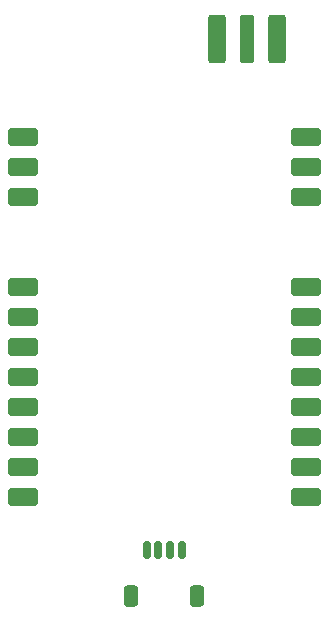
<source format=gbr>
%TF.GenerationSoftware,KiCad,Pcbnew,8.0.5*%
%TF.CreationDate,2024-10-25T02:08:45-07:00*%
%TF.ProjectId,ChungRF,4368756e-6752-4462-9e6b-696361645f70,R3*%
%TF.SameCoordinates,Original*%
%TF.FileFunction,Paste,Top*%
%TF.FilePolarity,Positive*%
%FSLAX46Y46*%
G04 Gerber Fmt 4.6, Leading zero omitted, Abs format (unit mm)*
G04 Created by KiCad (PCBNEW 8.0.5) date 2024-10-25 02:08:45*
%MOMM*%
%LPD*%
G01*
G04 APERTURE LIST*
G04 Aperture macros list*
%AMRoundRect*
0 Rectangle with rounded corners*
0 $1 Rounding radius*
0 $2 $3 $4 $5 $6 $7 $8 $9 X,Y pos of 4 corners*
0 Add a 4 corners polygon primitive as box body*
4,1,4,$2,$3,$4,$5,$6,$7,$8,$9,$2,$3,0*
0 Add four circle primitives for the rounded corners*
1,1,$1+$1,$2,$3*
1,1,$1+$1,$4,$5*
1,1,$1+$1,$6,$7*
1,1,$1+$1,$8,$9*
0 Add four rect primitives between the rounded corners*
20,1,$1+$1,$2,$3,$4,$5,0*
20,1,$1+$1,$4,$5,$6,$7,0*
20,1,$1+$1,$6,$7,$8,$9,0*
20,1,$1+$1,$8,$9,$2,$3,0*%
G04 Aperture macros list end*
%ADD10RoundRect,0.150000X-0.150000X-0.625000X0.150000X-0.625000X0.150000X0.625000X-0.150000X0.625000X0*%
%ADD11RoundRect,0.250000X-0.350000X-0.650000X0.350000X-0.650000X0.350000X0.650000X-0.350000X0.650000X0*%
%ADD12RoundRect,0.250000X-1.000000X-0.500000X1.000000X-0.500000X1.000000X0.500000X-1.000000X0.500000X0*%
%ADD13RoundRect,0.250000X1.000000X0.500000X-1.000000X0.500000X-1.000000X-0.500000X1.000000X-0.500000X0*%
%ADD14RoundRect,0.180000X-0.420000X-1.850000X0.420000X-1.850000X0.420000X1.850000X-0.420000X1.850000X0*%
%ADD15RoundRect,0.228000X-0.532000X-1.802000X0.532000X-1.802000X0.532000X1.802000X-0.532000X1.802000X0*%
G04 APERTURE END LIST*
D10*
%TO.C,J1*%
X164049082Y-108500000D03*
X165049082Y-108500000D03*
X166049082Y-108500000D03*
X167049082Y-108500000D03*
D11*
X162749082Y-112375000D03*
X168349082Y-112375000D03*
%TD*%
D12*
%TO.C,U2*%
X153549082Y-73571410D03*
X153549082Y-76111410D03*
X153549082Y-78651410D03*
D13*
X153549082Y-86221410D03*
X153549082Y-88761410D03*
X153549082Y-91301410D03*
X153549082Y-93841410D03*
X153549082Y-96381410D03*
X153549082Y-98921410D03*
X153549082Y-101461410D03*
X153549082Y-104001410D03*
X177549082Y-104001410D03*
X177549082Y-101461410D03*
X177549082Y-98921410D03*
X177549082Y-96381410D03*
X177549082Y-93841410D03*
X177549082Y-91301410D03*
X177549082Y-88761410D03*
X177549082Y-86221410D03*
D12*
X177549082Y-78651410D03*
X177549082Y-76111410D03*
X177549082Y-73571410D03*
%TD*%
D14*
%TO.C,J2*%
X172564984Y-65250000D03*
D15*
X170024984Y-65250000D03*
X175104984Y-65250000D03*
%TD*%
M02*

</source>
